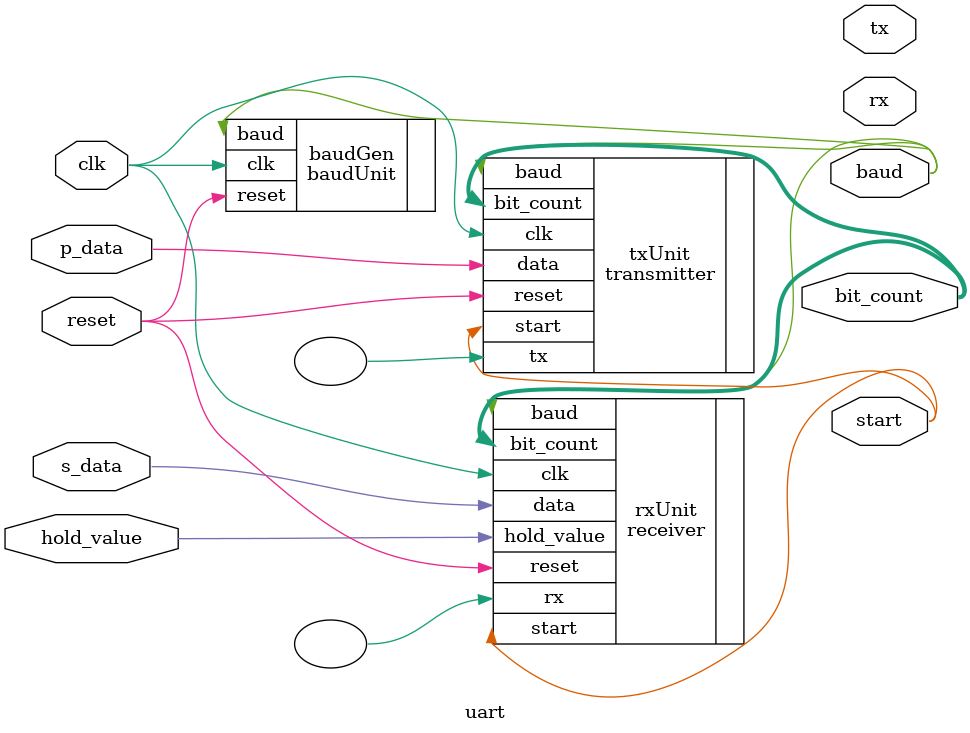
<source format=v>
`timescale 1ns/1ps

module uart (
    input clk,
    input p_data,
    input s_data,
    input reset,
    input hold_value,
    output baud,
    output [7:0] rx,
    output tx,
    output [3:0] bit_count,
    output start
);

    transmitter txUnit(
        .clk(clk),
        .data(p_data),
        .reset(reset),
        .baud(baud),
        .tx(),
        .bit_count(bit_count),
        .start(start)
    );

    receiver rxUnit(
        .clk(clk),
        .data(s_data),
        .reset(reset),
        .hold_value(hold_value),
        .baud(baud),
        .rx(),
        .bit_count(bit_count),
        .start(start)
    );

    baudUnit baudGen (
        .clk(clk),
        .baud(baud),
        .reset(reset)
    );

endmodule

</source>
